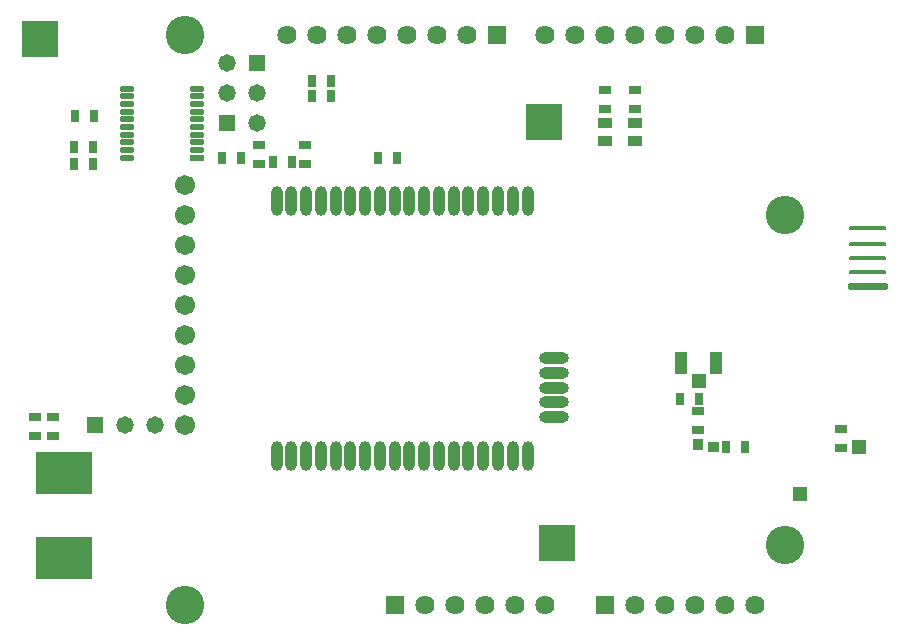
<source format=gts>
*
G04 Mass Parameters ***
*
G04 Image ***
*
%INC:\SVN\HWTREE\PROJECT\NANO_SHIELD\NANO_SHIELD_RX2.SMT*%
%ICAS*%
%MOIN*%
%IPPOS*%
%ASAXBY*%
G74*%FSLAN2X34Y34*%
*
G04 Aperture Definitions ***
*
%ADD10C,0.1280*%
%ADD11C,0.0400*%
%ADD12R,0.0394X0.0394*%
%ADD13R,0.0236X0.0354*%
%ADD14R,0.0354X0.0236*%
%ADD15R,0.0390X0.0320*%
%ADD16R,0.0390X0.0390*%
%ADD17R,0.0410X0.0870*%
%ADD18C,0.0580*%
%ADD19R,0.0580X0.0580*%
%ADD20R,0.0300X0.0150*%
%ADD21R,0.0150X0.0300*%
%ADD22C,0.0620*%
%ADD23R,0.1850X0.1350*%
%ADD24O,0.0334X0.0931*%
%ADD25O,0.0931X0.0334*%
%ADD26O,0.0470X0.0140*%
%ADD27R,0.0470X0.0140*%
%ADD28C,0.0350*%
%ADD29C,0.0010*%
%ADD30C,0.0100*%
%ADD31C,0.0150*%
%ADD32C,0.0080*%
%ADD33C,0.0500*%
%ADD34C,0.0170*%
%ADD35C,0.0200*%
%ADD36R,0.1200X0.1200*%
%ADD37R,0.0472X0.0472*%
%ADD38R,0.0275X0.0393*%
%ADD39R,0.0393X0.0275*%
%ADD40R,0.0450X0.0380*%
%ADD41R,0.0450X0.0450*%
%ADD42R,0.0410X0.0750*%
%ADD43R,0.0330X0.0220*%
%ADD44R,0.0220X0.0330*%
%ADD45C,0.0640*%
%ADD46R,0.0640X0.0640*%
%ADD47C,0.0670*%
%ADD48R,0.1900X0.1400*%
%ADD49O,0.0394X0.0990*%
%ADD50O,0.0990X0.0394*%
%ADD51O,0.0510X0.0190*%
%ADD52R,0.0510X0.0190*%
%ADD53C,0.0157*%
%ADD54C,0.0079*%
*
G04 Plot Data ***
*
G54D53*
G01X0029336Y0011644D02*
X0028155D01*
X0029212D02*
Y0011584D01*
X0029070Y0011644D02*
Y0011584D01*
X0028929Y0011644D02*
Y0011584D01*
X0028787Y0011644D02*
Y0011584D01*
X0028646Y0011644D02*
Y0011584D01*
X0028504Y0011644D02*
Y0011584D01*
X0028363Y0011644D02*
Y0011584D01*
X0028221Y0011644D02*
Y0011584D01*
X0028155Y0011644D02*
Y0011584D01*
X0029336D02*
X0028155D01*
X0029336Y0011644D02*
Y0011584D01*
G54D54*
G01X0028929Y0013573D02*
Y0013514D01*
X0028858Y0013573D02*
Y0013514D01*
X0028787Y0013573D02*
Y0013514D01*
X0028717Y0013573D02*
Y0013514D01*
X0028646Y0013573D02*
Y0013514D01*
X0028575Y0013573D02*
Y0013514D01*
X0028504Y0013573D02*
Y0013514D01*
X0028433Y0013573D02*
Y0013514D01*
X0028363Y0013573D02*
Y0013514D01*
X0028292Y0013573D02*
Y0013514D01*
X0028221Y0013573D02*
Y0013514D01*
X0028155Y0013573D02*
Y0013514D01*
X0029336D02*
X0028155D01*
X0029336Y0013573D02*
Y0013514D01*
Y0013573D02*
X0028155D01*
X0029283D02*
Y0013514D01*
X0029212Y0013573D02*
Y0013514D01*
X0029141Y0013573D02*
Y0013514D01*
X0029070Y0013573D02*
Y0013514D01*
X0029000Y0013573D02*
Y0013514D01*
X0028929Y0012588D02*
Y0012529D01*
X0028858Y0012588D02*
Y0012529D01*
X0028787Y0012588D02*
Y0012529D01*
X0028717Y0012588D02*
Y0012529D01*
X0028646Y0012588D02*
Y0012529D01*
X0028575Y0012588D02*
Y0012529D01*
X0028504Y0012588D02*
Y0012529D01*
X0028433Y0012588D02*
Y0012529D01*
X0028363Y0012588D02*
Y0012529D01*
X0028292Y0012588D02*
Y0012529D01*
X0028221Y0012588D02*
Y0012529D01*
X0029336Y0012588D02*
X0028155D01*
X0029336D02*
Y0012529D01*
X0028155D01*
Y0012588D02*
Y0012529D01*
X0029283Y0012588D02*
Y0012529D01*
X0029212Y0012588D02*
Y0012529D01*
X0029141Y0012588D02*
Y0012529D01*
X0029070Y0012588D02*
Y0012529D01*
X0029000Y0012588D02*
Y0012529D01*
X0028929Y0013061D02*
Y0013002D01*
X0028858Y0013061D02*
Y0013002D01*
X0028787Y0013061D02*
Y0013002D01*
X0028717Y0013061D02*
Y0013002D01*
X0028646Y0013061D02*
Y0013002D01*
X0028575Y0013061D02*
Y0013002D01*
X0028504Y0013061D02*
Y0013002D01*
X0028433Y0013061D02*
Y0013002D01*
X0028363Y0013061D02*
Y0013002D01*
X0028292Y0013061D02*
Y0013002D01*
X0028221Y0013061D02*
Y0013002D01*
X0029336Y0013061D02*
X0028155D01*
X0029336D02*
Y0013002D01*
X0028155D01*
Y0013061D02*
Y0013002D01*
X0029283Y0013061D02*
Y0013002D01*
X0029212Y0013061D02*
Y0013002D01*
X0029141Y0013061D02*
Y0013002D01*
X0029070Y0013061D02*
Y0013002D01*
X0029000Y0013061D02*
Y0013002D01*
X0028929Y0012116D02*
Y0012057D01*
X0028858Y0012116D02*
Y0012057D01*
X0028787Y0012116D02*
Y0012057D01*
X0028717Y0012116D02*
Y0012057D01*
X0028646Y0012116D02*
Y0012057D01*
X0028575Y0012116D02*
Y0012057D01*
X0028504Y0012116D02*
Y0012057D01*
X0028433Y0012116D02*
Y0012057D01*
X0028363Y0012116D02*
Y0012057D01*
X0028292Y0012116D02*
Y0012057D01*
X0028221Y0012116D02*
Y0012057D01*
X0029336Y0012116D02*
X0028155D01*
X0029336D02*
Y0012057D01*
X0028155D01*
Y0012116D02*
Y0012057D01*
X0029283Y0012116D02*
Y0012057D01*
X0029212Y0012116D02*
Y0012057D01*
X0029141Y0012116D02*
Y0012057D01*
X0029070Y0012116D02*
Y0012057D01*
X0029000Y0012116D02*
Y0012057D01*
G54D10*
X0006000Y0001000D03*
Y0020000D03*
X0026000Y0003000D03*
Y0014000D03*
G54D18*
X0007400Y0018050D03*
Y0019050D03*
X0008400Y0018050D03*
Y0017050D03*
X0004000Y0007000D03*
X0005000D03*
G54D19*
X0007400Y0017050D03*
X0008400Y0019050D03*
X0003000Y0007000D03*
G54D36*
X0001150Y0019850D03*
X0018400Y0003050D03*
X0017950Y0017100D03*
G54D37*
X0028450Y0006250D03*
X0026481Y0004675D03*
G54D38*
X0013065Y0015900D03*
X0012435D03*
X0007235D03*
X0007865D03*
X0002915Y0016246D03*
X0002285D03*
X0002335Y0017296D03*
X0002965D03*
X0010865Y0018450D03*
X0010235D03*
X0010865Y0017950D03*
X0010235D03*
X0024035Y0006250D03*
X0024665D03*
X0008935Y0015750D03*
X0009565D03*
X0023115Y0007850D03*
X0022485D03*
X0002915Y0015696D03*
X0002285D03*
G54D39*
X0021000Y0017535D03*
Y0018165D03*
X0020000Y0017535D03*
Y0018165D03*
X0023100Y0006835D03*
Y0007465D03*
X0027850Y0006235D03*
Y0006865D03*
X0001600Y0006635D03*
Y0007265D03*
X0001000Y0006635D03*
Y0007265D03*
X0010000Y0015685D03*
Y0016315D03*
X0008450Y0015685D03*
Y0016315D03*
G54D40*
X0021000Y0017050D03*
Y0016450D03*
X0020000Y0017050D03*
Y0016450D03*
G54D41*
X0023120Y0008460D03*
G54D42*
X0023700Y0009050D03*
X0022540D03*
G54D43*
X0023100Y0006265D03*
Y0006435D03*
G54D44*
X0023515Y0006250D03*
X0023685D03*
G54D45*
X0014000Y0001000D03*
X0015000D03*
X0016000D03*
X0017000D03*
X0018000D03*
X0015400Y0020000D03*
X0014400D03*
X0013400D03*
X0012400D03*
X0011400D03*
X0010400D03*
X0009400D03*
X0021000Y0001000D03*
X0022000D03*
X0023000D03*
X0024000D03*
X0025000D03*
X0024000Y0020000D03*
X0023000D03*
X0022000D03*
X0021000D03*
X0020000D03*
X0019000D03*
X0018000D03*
G54D46*
X0013000Y0001000D03*
X0016400Y0020000D03*
X0020000Y0001000D03*
X0025000Y0020000D03*
G54D47*
X0006000Y0007000D03*
Y0008000D03*
Y0009000D03*
Y0010000D03*
Y0011000D03*
Y0012000D03*
Y0013000D03*
Y0014000D03*
Y0015000D03*
G54D48*
X0001950Y0002550D03*
Y0005400D03*
G54D49*
X0017413Y0014444D03*
X0016920D03*
X0016428D03*
X0015936D03*
X0015444D03*
X0014952D03*
X0014460D03*
X0013968D03*
X0013476D03*
X0012983D03*
X0012491D03*
X0011999D03*
X0011507D03*
X0011015D03*
X0010523D03*
X0010031D03*
Y0005956D03*
X0010523D03*
X0011015D03*
X0011507D03*
X0011999D03*
X0012491D03*
X0012983D03*
X0013476D03*
X0013968D03*
X0014460D03*
X0014952D03*
X0015444D03*
X0015936D03*
X0016428D03*
X0016920D03*
X0017413D03*
X0009539Y0014444D03*
X0009046D03*
X0009539Y0005956D03*
X0009046D03*
G54D50*
X0018287Y0007247D03*
Y0007739D03*
Y0008231D03*
Y0008724D03*
Y0009216D03*
G54D51*
X0006400Y0016152D03*
Y0016408D03*
Y0016664D03*
Y0016920D03*
Y0017176D03*
Y0017432D03*
Y0017688D03*
Y0017944D03*
Y0018200D03*
X0004060D03*
Y0017944D03*
Y0017688D03*
Y0017432D03*
Y0017176D03*
Y0016920D03*
Y0016664D03*
Y0016408D03*
Y0016152D03*
Y0015896D03*
G54D52*
X0006400D03*
M02*

</source>
